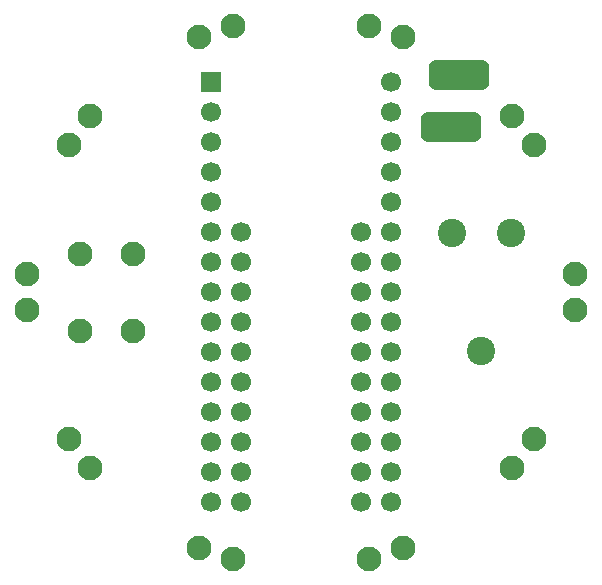
<source format=gts>
%FSLAX42Y42*%
%MOMM*%
G71*
G01*
G75*
G04 Layer_Color=8388736*
%ADD10C,0.50*%
%ADD11C,1.00*%
G04:AMPARAMS|DCode=12|XSize=5mm|YSize=2.5mm|CornerRadius=0.63mm|HoleSize=0mm|Usage=FLASHONLY|Rotation=0.000|XOffset=0mm|YOffset=0mm|HoleType=Round|Shape=RoundedRectangle|*
%AMROUNDEDRECTD12*
21,1,5.00,1.25,0,0,0.0*
21,1,3.75,2.50,0,0,0.0*
1,1,1.25,1.88,-0.63*
1,1,1.25,-1.88,-0.63*
1,1,1.25,-1.88,0.63*
1,1,1.25,1.88,0.63*
%
%ADD12ROUNDEDRECTD12*%
%ADD13C,2.00*%
%ADD14C,1.60*%
%ADD15R,1.60X1.60*%
%ADD16C,2.30*%
%ADD17C,0.20*%
G04:AMPARAMS|DCode=18|XSize=5.1mm|YSize=2.6mm|CornerRadius=0.68mm|HoleSize=0mm|Usage=FLASHONLY|Rotation=0.000|XOffset=0mm|YOffset=0mm|HoleType=Round|Shape=RoundedRectangle|*
%AMROUNDEDRECTD18*
21,1,5.10,1.25,0,0,0.0*
21,1,3.75,2.60,0,0,0.0*
1,1,1.35,1.88,-0.63*
1,1,1.35,-1.88,-0.63*
1,1,1.35,-1.88,0.63*
1,1,1.35,1.88,0.63*
%
%ADD18ROUNDEDRECTD18*%
%ADD19C,2.10*%
%ADD20C,1.70*%
%ADD21R,1.70X1.70*%
%ADD22C,2.40*%
D18*
X1270Y1397D02*
D03*
X1333Y1842D02*
D03*
D19*
X-2323Y-152D02*
D03*
Y152D02*
D03*
X-1969Y-1242D02*
D03*
X-1789Y-1488D02*
D03*
X-573Y-2256D02*
D03*
X-863Y-2162D02*
D03*
X573Y-2256D02*
D03*
X863Y-2162D02*
D03*
X1969Y-1242D02*
D03*
X1789Y-1488D02*
D03*
X2322Y-152D02*
D03*
Y152D02*
D03*
X1789Y1488D02*
D03*
X1969Y1242D02*
D03*
X863Y2162D02*
D03*
X573Y2256D02*
D03*
X-863Y2162D02*
D03*
X-573Y2256D02*
D03*
X-1789Y1488D02*
D03*
X-1969Y1242D02*
D03*
X-1426Y-325D02*
D03*
Y325D02*
D03*
X-1876D02*
D03*
Y-325D02*
D03*
D20*
X762Y1778D02*
D03*
Y1524D02*
D03*
Y1270D02*
D03*
Y1016D02*
D03*
Y762D02*
D03*
Y508D02*
D03*
Y254D02*
D03*
Y0D02*
D03*
Y-254D02*
D03*
Y-508D02*
D03*
Y-762D02*
D03*
Y-1016D02*
D03*
Y-1270D02*
D03*
Y-1524D02*
D03*
Y-1778D02*
D03*
X-762D02*
D03*
Y-1524D02*
D03*
Y-1270D02*
D03*
Y-1016D02*
D03*
Y-762D02*
D03*
Y-508D02*
D03*
Y-254D02*
D03*
Y0D02*
D03*
Y254D02*
D03*
Y508D02*
D03*
Y762D02*
D03*
Y1016D02*
D03*
Y1270D02*
D03*
Y1524D02*
D03*
X-508Y-254D02*
D03*
X508D02*
D03*
Y-508D02*
D03*
X-508D02*
D03*
Y-762D02*
D03*
X508D02*
D03*
Y-1016D02*
D03*
X-508D02*
D03*
Y-1270D02*
D03*
X508D02*
D03*
Y-1524D02*
D03*
X-508D02*
D03*
Y-1778D02*
D03*
X508D02*
D03*
Y508D02*
D03*
X-508D02*
D03*
X508Y0D02*
D03*
X-508D02*
D03*
Y254D02*
D03*
X508D02*
D03*
D21*
X-762Y1778D02*
D03*
D22*
X1274Y500D02*
D03*
X1774D02*
D03*
X1524Y-500D02*
D03*
M02*

</source>
